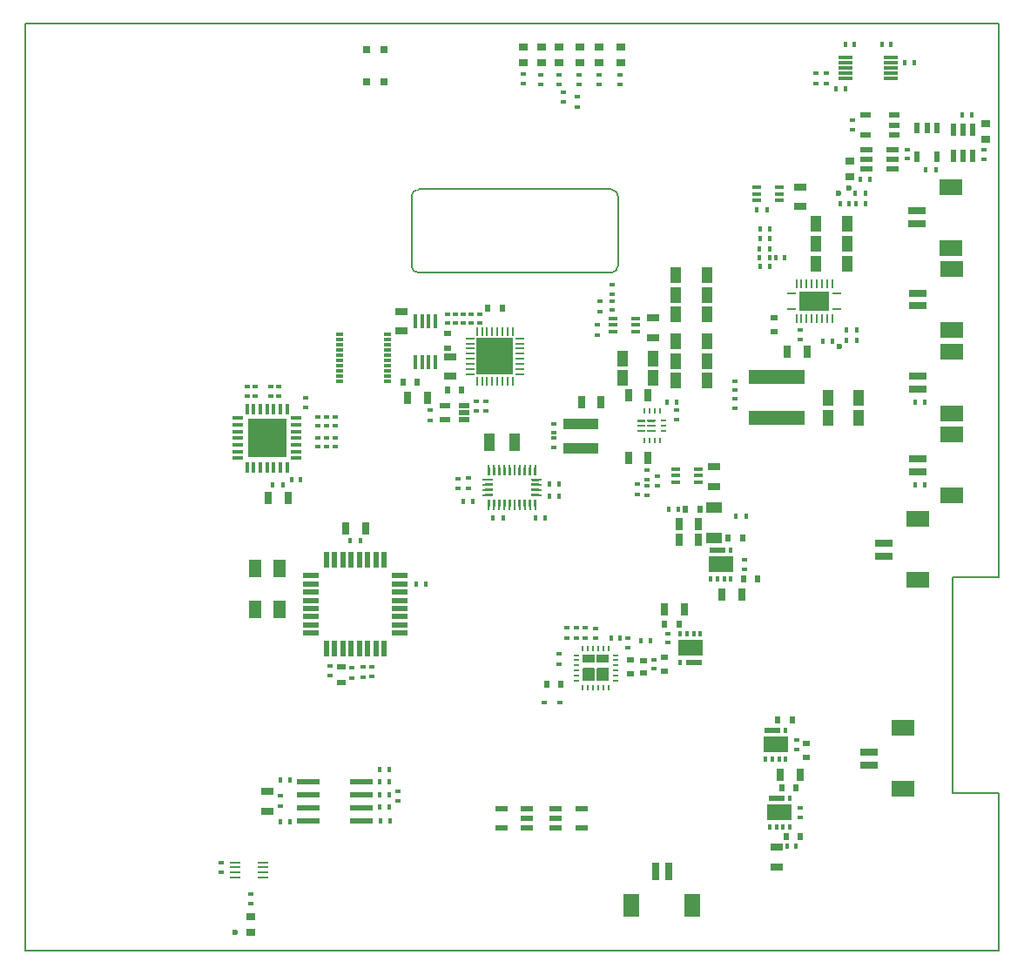
<source format=gtp>
G04*
G04 #@! TF.GenerationSoftware,Altium Limited,Altium Designer,18.1.9 (240)*
G04*
G04 Layer_Color=8421504*
%FSLAX44Y44*%
%MOMM*%
G71*
G01*
G75*
%ADD16C,0.1520*%
%ADD21R,1.1112X0.2540*%
%ADD22R,1.6000X1.0000*%
%ADD23R,0.4500X0.6000*%
%ADD24R,0.4000X0.6000*%
%ADD25R,0.8000X1.3000*%
%ADD26R,0.6000X0.8000*%
%ADD27R,1.3000X0.8000*%
%ADD28R,0.3000X0.6000*%
%ADD29R,1.6000X0.6000*%
%ADD30R,2.4000X1.6000*%
%ADD31R,0.6000X0.4000*%
%ADD32R,0.7000X1.8000*%
%ADD33R,1.6000X2.2000*%
%ADD34R,0.2600X0.9000*%
%ADD35R,0.9000X0.2600*%
%ADD36R,2.9500X1.9500*%
%ADD37C,0.6000*%
%ADD38R,0.8000X0.5500*%
%ADD39R,0.8000X0.6000*%
%ADD40R,0.6000X0.4500*%
%ADD41R,1.1000X0.6000*%
%ADD42R,0.5032X0.3556*%
%ADD43R,0.7500X0.7000*%
%ADD44R,1.0400X0.3300*%
%ADD45R,0.3300X1.0400*%
%ADD46R,3.7000X3.7000*%
%ADD47R,0.9000X0.5000*%
%ADD48R,2.2000X0.6000*%
%ADD49R,5.5000X1.4300*%
%ADD50R,0.7000X1.3000*%
%ADD51R,0.9000X0.7000*%
%ADD52R,1.2700X0.5588*%
%ADD53R,1.4500X0.3000*%
%ADD54R,0.6000X1.1000*%
%ADD55R,0.5588X1.2700*%
%ADD56R,1.0000X1.6000*%
%ADD57R,1.3000X0.7000*%
%ADD58R,0.8400X0.2600*%
%ADD59R,0.2600X0.8400*%
%ADD60R,3.6000X3.6000*%
%ADD61R,0.4500X1.3500*%
%ADD62R,1.0000X0.4700*%
%ADD63R,1.0000X0.2500*%
%ADD64R,0.2500X1.0000*%
%ADD65R,3.4000X0.9800*%
%ADD66R,0.7000X0.3000*%
%ADD67R,1.8000X0.7000*%
%ADD68R,2.2000X1.6000*%
%ADD69R,1.2200X0.6000*%
%ADD70R,1.2000X1.8000*%
%ADD71R,1.5000X0.5500*%
%ADD72R,0.5500X1.5000*%
%ADD73R,1.0000X1.8000*%
%ADD74R,0.8500X0.3500*%
%ADD75R,0.2400X0.6000*%
%ADD76R,0.6000X0.2400*%
%ADD77R,0.2400X0.5750*%
%ADD78R,0.5750X0.2400*%
G36*
X777336Y625546D02*
X759693D01*
Y637438D01*
X777336D01*
Y625546D01*
D02*
G37*
G36*
X472445Y580712D02*
X459020D01*
Y594108D01*
X472445D01*
Y580712D01*
D02*
G37*
G36*
X454419Y580710D02*
X441020D01*
Y594108D01*
X454419D01*
Y580710D01*
D02*
G37*
G36*
X454417Y562687D02*
X441020D01*
Y576108D01*
X454417D01*
Y562687D01*
D02*
G37*
G36*
X472450Y562678D02*
X459020D01*
Y576108D01*
X472450D01*
Y562678D01*
D02*
G37*
G36*
X612453Y516876D02*
X612546Y516848D01*
X612631Y516802D01*
X612706Y516740D01*
X612768Y516665D01*
X612813Y516580D01*
X612842Y516487D01*
X612851Y516390D01*
Y515180D01*
X612842Y515084D01*
X612813Y514991D01*
X612768Y514905D01*
X612706Y514830D01*
X612631Y514769D01*
X612546Y514723D01*
X612453Y514695D01*
X612356Y514685D01*
X605396D01*
X605300Y514695D01*
X605207Y514723D01*
X605121Y514769D01*
X605046Y514830D01*
X604985Y514905D01*
X604939Y514991D01*
X604911Y515084D01*
X604901Y515180D01*
Y516390D01*
X604911Y516487D01*
X604939Y516580D01*
X604985Y516665D01*
X605046Y516740D01*
X605121Y516802D01*
X605207Y516848D01*
X605300Y516876D01*
X605396Y516885D01*
X612356D01*
X612453Y516876D01*
D02*
G37*
G36*
X602503D02*
X602596Y516848D01*
X602681Y516802D01*
X602756Y516740D01*
X602818Y516665D01*
X602864Y516580D01*
X602892Y516487D01*
X602901Y516390D01*
Y515180D01*
X602892Y515084D01*
X602864Y514991D01*
X602818Y514905D01*
X602756Y514830D01*
X602681Y514769D01*
X602596Y514723D01*
X602503Y514695D01*
X602406Y514685D01*
X595446D01*
X595350Y514695D01*
X595257Y514723D01*
X595171Y514769D01*
X595096Y514830D01*
X595035Y514905D01*
X594989Y514991D01*
X594961Y515084D01*
X594951Y515180D01*
Y516390D01*
X594961Y516487D01*
X594989Y516580D01*
X595035Y516665D01*
X595096Y516740D01*
X595171Y516802D01*
X595257Y516848D01*
X595350Y516876D01*
X595446Y516885D01*
X602406D01*
X602503Y516876D01*
D02*
G37*
G36*
X612445Y512076D02*
X612540Y512047D01*
X612627Y512000D01*
X612704Y511938D01*
X612766Y511861D01*
X612813Y511774D01*
X612841Y511680D01*
X612851Y511581D01*
Y510189D01*
X612841Y510091D01*
X612813Y509996D01*
X612766Y509909D01*
X612704Y509833D01*
X612627Y509770D01*
X612540Y509724D01*
X612445Y509695D01*
X612347Y509685D01*
X605405D01*
X605307Y509695D01*
X605212Y509724D01*
X605125Y509770D01*
X605049Y509833D01*
X604986Y509909D01*
X604939Y509996D01*
X604911Y510091D01*
X604901Y510189D01*
Y511581D01*
X604911Y511680D01*
X604939Y511774D01*
X604986Y511861D01*
X605049Y511938D01*
X605125Y512000D01*
X605212Y512047D01*
X605307Y512076D01*
X605405Y512085D01*
X612347D01*
X612445Y512076D01*
D02*
G37*
G36*
X602495D02*
X602590Y512047D01*
X602677Y512000D01*
X602753Y511938D01*
X602816Y511861D01*
X602863Y511774D01*
X602892Y511680D01*
X602901Y511581D01*
Y510189D01*
X602892Y510091D01*
X602863Y509996D01*
X602816Y509909D01*
X602753Y509833D01*
X602677Y509770D01*
X602590Y509724D01*
X602495Y509695D01*
X602397Y509685D01*
X595455D01*
X595357Y509695D01*
X595262Y509724D01*
X595175Y509770D01*
X595099Y509833D01*
X595036Y509909D01*
X594990Y509996D01*
X594961Y510091D01*
X594951Y510189D01*
Y511581D01*
X594961Y511680D01*
X594990Y511774D01*
X595036Y511861D01*
X595099Y511938D01*
X595175Y512000D01*
X595262Y512047D01*
X595357Y512076D01*
X595455Y512085D01*
X602397D01*
X602495Y512076D01*
D02*
G37*
G36*
X612453Y507076D02*
X612546Y507048D01*
X612631Y507002D01*
X612706Y506940D01*
X612768Y506865D01*
X612813Y506780D01*
X612842Y506687D01*
X612851Y506590D01*
Y505380D01*
X612842Y505284D01*
X612813Y505191D01*
X612768Y505105D01*
X612706Y505030D01*
X612631Y504969D01*
X612546Y504923D01*
X612453Y504895D01*
X612356Y504885D01*
X605396D01*
X605300Y504895D01*
X605207Y504923D01*
X605121Y504969D01*
X605046Y505030D01*
X604985Y505105D01*
X604939Y505191D01*
X604911Y505284D01*
X604901Y505380D01*
Y506590D01*
X604911Y506687D01*
X604939Y506780D01*
X604985Y506865D01*
X605046Y506940D01*
X605121Y507002D01*
X605207Y507048D01*
X605300Y507076D01*
X605396Y507085D01*
X612356D01*
X612453Y507076D01*
D02*
G37*
G36*
X602503D02*
X602596Y507048D01*
X602681Y507002D01*
X602756Y506940D01*
X602818Y506865D01*
X602864Y506780D01*
X602892Y506687D01*
X602901Y506590D01*
Y505380D01*
X602892Y505284D01*
X602864Y505191D01*
X602818Y505105D01*
X602756Y505030D01*
X602681Y504969D01*
X602596Y504923D01*
X602503Y504895D01*
X602406Y504885D01*
X595446D01*
X595350Y504895D01*
X595257Y504923D01*
X595171Y504969D01*
X595096Y505030D01*
X595035Y505105D01*
X594989Y505191D01*
X594961Y505284D01*
X594951Y505380D01*
Y506590D01*
X594961Y506687D01*
X594989Y506780D01*
X595035Y506865D01*
X595096Y506940D01*
X595171Y507002D01*
X595257Y507048D01*
X595350Y507076D01*
X595446Y507085D01*
X602406D01*
X602503Y507076D01*
D02*
G37*
G36*
X251259Y482555D02*
X223400D01*
Y510414D01*
X251259D01*
Y482555D01*
D02*
G37*
G36*
X457127Y462920D02*
X454654D01*
Y469900D01*
X457127D01*
Y462920D01*
D02*
G37*
G36*
X497193Y462920D02*
X494654D01*
Y469900D01*
X497193D01*
Y462920D01*
D02*
G37*
G36*
X467146Y462916D02*
X464654D01*
Y469900D01*
X467146D01*
Y462916D01*
D02*
G37*
G36*
X472153Y462907D02*
X469654D01*
Y469900D01*
X472153D01*
Y462907D01*
D02*
G37*
G36*
X477156Y462905D02*
X474654D01*
Y469900D01*
X477156D01*
Y462905D01*
D02*
G37*
G36*
X492162Y462905D02*
X489654D01*
Y469900D01*
X492162D01*
Y462905D01*
D02*
G37*
G36*
X487159Y462904D02*
X484654D01*
Y469900D01*
X487159D01*
Y462904D01*
D02*
G37*
G36*
X462150Y462904D02*
X459654D01*
Y469900D01*
X462150D01*
Y462904D01*
D02*
G37*
G36*
X482156Y462903D02*
X479654D01*
Y469900D01*
X482156D01*
Y462903D01*
D02*
G37*
G36*
X452149Y462903D02*
X449654D01*
Y469900D01*
X452149D01*
Y462903D01*
D02*
G37*
G36*
X454381Y457173D02*
X447388D01*
Y459635D01*
X454381D01*
Y457173D01*
D02*
G37*
G36*
X499421Y457133D02*
X492428D01*
Y459674D01*
X499421D01*
Y457133D01*
D02*
G37*
G36*
X454399Y452155D02*
X447399D01*
Y454645D01*
X454399D01*
Y452155D01*
D02*
G37*
G36*
X499406Y452148D02*
X492405D01*
Y454651D01*
X499406D01*
Y452148D01*
D02*
G37*
G36*
X454400Y447154D02*
X447397D01*
Y449643D01*
X454400D01*
Y447154D01*
D02*
G37*
G36*
X499422Y447132D02*
X492415D01*
Y449661D01*
X499422D01*
Y447132D01*
D02*
G37*
G36*
X454403Y442151D02*
X447402D01*
Y444648D01*
X454403D01*
Y442151D01*
D02*
G37*
G36*
X499410Y442144D02*
X492406D01*
Y444652D01*
X499410D01*
Y442144D01*
D02*
G37*
G36*
X462148Y431889D02*
X459654D01*
Y438900D01*
X462148D01*
Y431889D01*
D02*
G37*
G36*
X497170Y431887D02*
X494654D01*
Y438900D01*
X497170D01*
Y431887D01*
D02*
G37*
G36*
X492171Y431883D02*
X489654D01*
Y438900D01*
X492171D01*
Y431883D01*
D02*
G37*
G36*
X467148Y431883D02*
X464654D01*
Y438900D01*
X467148D01*
Y431883D01*
D02*
G37*
G36*
X487168Y431881D02*
X484654D01*
Y438900D01*
X487168D01*
Y431881D01*
D02*
G37*
G36*
X457137D02*
X454654D01*
Y438900D01*
X457137D01*
Y431881D01*
D02*
G37*
G36*
X452129Y431878D02*
X449654D01*
Y438900D01*
X452129D01*
Y431878D01*
D02*
G37*
G36*
X472152Y431869D02*
X469654D01*
Y438900D01*
X472152D01*
Y431869D01*
D02*
G37*
G36*
X477161Y431867D02*
X474654D01*
Y438900D01*
X477161D01*
Y431867D01*
D02*
G37*
G36*
X482171Y431863D02*
X479654D01*
Y438900D01*
X482171D01*
Y431863D01*
D02*
G37*
G36*
X688125Y368567D02*
X677520D01*
Y383270D01*
X688125D01*
Y368567D01*
D02*
G37*
G36*
X675519Y368563D02*
X664920D01*
Y383270D01*
X675519D01*
Y368563D01*
D02*
G37*
G36*
X658284Y287334D02*
X647685D01*
Y302041D01*
X658284D01*
Y287334D01*
D02*
G37*
G36*
X645684D02*
X635079D01*
Y302037D01*
X645684D01*
Y287334D01*
D02*
G37*
G36*
X567744Y287853D02*
Y281253D01*
X567244Y280753D01*
X556364D01*
X555864Y281253D01*
Y287853D01*
X556364Y288353D01*
X567244D01*
X567744Y287853D01*
D02*
G37*
G36*
X553864D02*
Y281253D01*
X553364Y280753D01*
X542484D01*
X541984Y281253D01*
Y287853D01*
X542484Y288353D01*
X553364D01*
X553864Y287853D01*
D02*
G37*
G36*
X567744Y275053D02*
Y263053D01*
X567244Y262553D01*
X556364D01*
X555864Y263053D01*
Y275053D01*
X556364Y275553D01*
X567244D01*
X567744Y275053D01*
D02*
G37*
G36*
X553864D02*
Y263053D01*
X553364Y262553D01*
X542484D01*
X541984Y263053D01*
Y275053D01*
X542484Y275553D01*
X553364D01*
X553864Y275053D01*
D02*
G37*
G36*
X741268Y193488D02*
X730663D01*
Y208192D01*
X741268D01*
Y193488D01*
D02*
G37*
G36*
X728661Y193484D02*
X718063D01*
Y208192D01*
X728661D01*
Y193484D01*
D02*
G37*
G36*
X745195Y127267D02*
X734590D01*
Y141970D01*
X745195D01*
Y127267D01*
D02*
G37*
G36*
X732589Y127263D02*
X721990D01*
Y141970D01*
X732589D01*
Y127263D01*
D02*
G37*
D16*
X576580Y733724D02*
G03*
X569484Y740820I-7096J0D01*
G01*
X382680Y740820D02*
G03*
X375604Y733744I-0J-7076D01*
G01*
X375604Y666558D02*
G03*
X382642Y659520I7038J0D01*
G01*
X569299Y659520D02*
G03*
X576580Y666801I0J7281D01*
G01*
X382680Y740820D02*
X569484Y740820D01*
X375604Y733744D02*
X375604Y666558D01*
X382642Y659520D02*
X569299Y659520D01*
X576580Y666801D02*
X576580Y733724D01*
X946658Y363220D02*
Y901700D01*
X0D02*
X946658D01*
X0Y0D02*
Y901700D01*
Y0D02*
X946658D01*
Y153670D01*
X901700D02*
X946658D01*
X901700D02*
Y363220D01*
X946658D01*
D21*
X230924Y71240D02*
D03*
Y76240D02*
D03*
Y81240D02*
D03*
Y86240D02*
D03*
X203924D02*
D03*
Y81240D02*
D03*
Y76240D02*
D03*
Y71240D02*
D03*
D22*
X669828Y401560D02*
D03*
Y431560D02*
D03*
D23*
X690894Y422640D02*
D03*
X700894D02*
D03*
X240446Y453404D02*
D03*
X250446D02*
D03*
X798553Y604187D02*
D03*
X808553D02*
D03*
X798553Y594027D02*
D03*
X808553D02*
D03*
X785360Y593217D02*
D03*
X775360D02*
D03*
X797994Y838200D02*
D03*
X787994D02*
D03*
X721304Y720700D02*
D03*
X711304D02*
D03*
X316248Y398780D02*
D03*
X326248D02*
D03*
X875444Y759460D02*
D03*
X885444D02*
D03*
X454804Y421000D02*
D03*
X464804D02*
D03*
X807137Y736600D02*
D03*
X817137D02*
D03*
X713633Y674208D02*
D03*
X723633D02*
D03*
X713633Y682797D02*
D03*
X723633D02*
D03*
D24*
X625968Y429260D02*
D03*
X634968D02*
D03*
X740784Y101600D02*
D03*
X749784D02*
D03*
X821440Y750206D02*
D03*
X812440D02*
D03*
X797244Y881700D02*
D03*
X806244D02*
D03*
X258950Y458400D02*
D03*
X267950D02*
D03*
X380248Y357104D02*
D03*
X389248D02*
D03*
X354034Y176144D02*
D03*
X345034D02*
D03*
Y164714D02*
D03*
X354034D02*
D03*
Y152014D02*
D03*
X345034D02*
D03*
X354044Y139834D02*
D03*
X345044D02*
D03*
X345614Y126614D02*
D03*
X354614D02*
D03*
X257514Y165984D02*
D03*
X248514D02*
D03*
X257514Y125344D02*
D03*
X248514D02*
D03*
X841804Y881700D02*
D03*
X832804D02*
D03*
X864544Y863600D02*
D03*
X855544D02*
D03*
X911424Y812800D02*
D03*
X920424D02*
D03*
X510104Y454277D02*
D03*
X519104D02*
D03*
X569489Y304264D02*
D03*
X578489D02*
D03*
X608004Y301724D02*
D03*
X599004D02*
D03*
X865704Y453400D02*
D03*
X874704D02*
D03*
X865704Y533400D02*
D03*
X874704D02*
D03*
X426284Y436880D02*
D03*
X435284D02*
D03*
X505354Y421000D02*
D03*
X496354D02*
D03*
X519104Y441960D02*
D03*
X510104D02*
D03*
X807940Y726440D02*
D03*
X816940D02*
D03*
X723883Y693237D02*
D03*
X714883D02*
D03*
X723883Y665619D02*
D03*
X714883D02*
D03*
X738630Y674208D02*
D03*
X729630D02*
D03*
X792397Y726440D02*
D03*
X801397D02*
D03*
X723883Y701826D02*
D03*
X714883D02*
D03*
X624404Y533400D02*
D03*
X633404D02*
D03*
D25*
X654716Y400152D02*
D03*
X635716D02*
D03*
X654716Y415646D02*
D03*
X635716D02*
D03*
X372046Y538374D02*
D03*
X391046D02*
D03*
X236359Y440704D02*
D03*
X255359D02*
D03*
X605751Y540690D02*
D03*
X586751D02*
D03*
X330748Y410718D02*
D03*
X311748D02*
D03*
X734472Y171744D02*
D03*
X753472D02*
D03*
X605751Y479730D02*
D03*
X586751D02*
D03*
X677824Y347050D02*
D03*
X696824D02*
D03*
X640944Y332204D02*
D03*
X621944D02*
D03*
D26*
X642030Y429260D02*
D03*
X656030D02*
D03*
X753876Y110980D02*
D03*
X739876D02*
D03*
X749456Y158280D02*
D03*
X735456D02*
D03*
X712371Y361920D02*
D03*
X698371D02*
D03*
X449720Y625280D02*
D03*
X463720D02*
D03*
X367334Y553324D02*
D03*
X381334D02*
D03*
X424514Y545778D02*
D03*
X410514D02*
D03*
X745972Y225084D02*
D03*
X731972D02*
D03*
X697399Y401320D02*
D03*
X683399D02*
D03*
X621904Y318044D02*
D03*
X635904D02*
D03*
X506884Y259708D02*
D03*
X520884D02*
D03*
D27*
X730340Y100940D02*
D03*
Y81940D02*
D03*
X235234Y136164D02*
D03*
Y155164D02*
D03*
X365500Y622148D02*
D03*
Y603148D02*
D03*
X413330Y558748D02*
D03*
Y577748D02*
D03*
D28*
X723840Y120620D02*
D03*
X730340D02*
D03*
X736840D02*
D03*
X743340D02*
D03*
Y148620D02*
D03*
X719912Y186842D02*
D03*
X726413D02*
D03*
X732913D02*
D03*
X739413D02*
D03*
Y214841D02*
D03*
X666770Y361920D02*
D03*
X673270D02*
D03*
X679770D02*
D03*
X686270D02*
D03*
Y389920D02*
D03*
X656434Y308684D02*
D03*
X649934D02*
D03*
X643434D02*
D03*
X636934D02*
D03*
Y280684D02*
D03*
D29*
X730340Y148620D02*
D03*
X726413Y214841D02*
D03*
X673270Y389920D02*
D03*
X649934Y280684D02*
D03*
D30*
X733590Y134620D02*
D03*
X729662Y200842D02*
D03*
X676520Y375920D02*
D03*
X646684Y294684D02*
D03*
D31*
X753876Y138920D02*
D03*
Y129920D02*
D03*
X699304Y380620D02*
D03*
Y371620D02*
D03*
X301390Y519664D02*
D03*
Y510664D02*
D03*
X272978Y528660D02*
D03*
Y537660D02*
D03*
X215908Y548699D02*
D03*
Y539699D02*
D03*
X223528Y548699D02*
D03*
Y539699D02*
D03*
X239060Y548699D02*
D03*
Y539699D02*
D03*
X246680Y548699D02*
D03*
Y539699D02*
D03*
X292958Y510704D02*
D03*
Y519704D02*
D03*
X284814Y510744D02*
D03*
Y519744D02*
D03*
X292958Y490383D02*
D03*
Y499383D02*
D03*
X284814Y490384D02*
D03*
Y499384D02*
D03*
X301390Y490344D02*
D03*
Y499344D02*
D03*
X296198Y267864D02*
D03*
Y276864D02*
D03*
X337378Y267264D02*
D03*
Y276264D02*
D03*
X690270Y554379D02*
D03*
Y545379D02*
D03*
Y537179D02*
D03*
Y528179D02*
D03*
X753910Y594628D02*
D03*
Y603628D02*
D03*
X518832Y851973D02*
D03*
Y842973D02*
D03*
X501527Y851973D02*
D03*
Y842973D02*
D03*
X484509Y852973D02*
D03*
Y843973D02*
D03*
X538443Y851973D02*
D03*
Y842973D02*
D03*
X557780Y851973D02*
D03*
Y842973D02*
D03*
X578595Y851973D02*
D03*
Y842973D02*
D03*
X523403Y835080D02*
D03*
Y826080D02*
D03*
X857504Y779460D02*
D03*
Y770460D02*
D03*
X932180Y770300D02*
D03*
Y779300D02*
D03*
X513649Y512871D02*
D03*
Y503871D02*
D03*
Y498700D02*
D03*
Y489700D02*
D03*
X438904Y525499D02*
D03*
Y534499D02*
D03*
X441706Y610590D02*
D03*
Y619590D02*
D03*
X433832D02*
D03*
Y610590D02*
D03*
X426281Y619590D02*
D03*
Y610590D02*
D03*
X418473Y619590D02*
D03*
Y610590D02*
D03*
X410464Y619590D02*
D03*
Y610590D02*
D03*
X624654Y299734D02*
D03*
Y308734D02*
D03*
X750093Y196341D02*
D03*
Y205341D02*
D03*
X554864Y304234D02*
D03*
Y313234D02*
D03*
X611767Y274364D02*
D03*
Y283364D02*
D03*
X570484Y632320D02*
D03*
Y623320D02*
D03*
X633730Y525728D02*
D03*
Y516728D02*
D03*
X570484Y647954D02*
D03*
Y638954D02*
D03*
X604484Y452302D02*
D03*
Y443302D02*
D03*
X604520Y467536D02*
D03*
Y458536D02*
D03*
X190500Y85740D02*
D03*
Y76740D02*
D03*
X219649Y55400D02*
D03*
Y46400D02*
D03*
D32*
X613030Y77380D02*
D03*
X625530D02*
D03*
D33*
X589530Y44380D02*
D03*
X649030D02*
D03*
D34*
X784863Y615418D02*
D03*
X749863Y649118D02*
D03*
Y615418D02*
D03*
X754863D02*
D03*
X759863D02*
D03*
X764863D02*
D03*
X769863D02*
D03*
X774863D02*
D03*
X779863D02*
D03*
X784863Y649118D02*
D03*
X779863D02*
D03*
X774863D02*
D03*
X769863D02*
D03*
X764863D02*
D03*
X759863D02*
D03*
X754863D02*
D03*
D35*
X789212Y624768D02*
D03*
X745513Y639768D02*
D03*
Y624768D02*
D03*
X789212Y639768D02*
D03*
D36*
X767363Y632268D02*
D03*
D37*
X791000Y736900D02*
D03*
X801060Y742380D02*
D03*
X791708Y587714D02*
D03*
X203924Y18000D02*
D03*
D38*
X600964Y282574D02*
D03*
Y270074D02*
D03*
D39*
X728252Y616288D02*
D03*
Y602288D02*
D03*
X410972Y600598D02*
D03*
Y586598D02*
D03*
X759613Y202104D02*
D03*
Y188104D02*
D03*
X621284Y285868D02*
D03*
Y271868D02*
D03*
X588264Y283324D02*
D03*
Y269324D02*
D03*
D40*
X804164Y798373D02*
D03*
Y808373D02*
D03*
X328508Y276124D02*
D03*
Y266124D02*
D03*
X317782Y275564D02*
D03*
Y265564D02*
D03*
X362844Y145664D02*
D03*
Y155664D02*
D03*
X247904Y140724D02*
D03*
Y150724D02*
D03*
X779034Y853758D02*
D03*
Y843758D02*
D03*
X768874Y853758D02*
D03*
Y843758D02*
D03*
X537188Y820983D02*
D03*
Y830983D02*
D03*
X556260Y598981D02*
D03*
Y608981D02*
D03*
X448048Y534999D02*
D03*
Y524999D02*
D03*
X393768Y515828D02*
D03*
Y525828D02*
D03*
X614680Y462200D02*
D03*
Y452200D02*
D03*
X518964Y288944D02*
D03*
Y278944D02*
D03*
X585724Y304734D02*
D03*
Y294734D02*
D03*
X526570Y314344D02*
D03*
Y304344D02*
D03*
X535739Y314344D02*
D03*
Y304344D02*
D03*
X544364Y314344D02*
D03*
Y304344D02*
D03*
X430784Y459767D02*
D03*
Y449767D02*
D03*
X420852Y459660D02*
D03*
Y449660D02*
D03*
X559054Y622126D02*
D03*
Y632126D02*
D03*
X595098Y444432D02*
D03*
Y454432D02*
D03*
D41*
X816940Y793873D02*
D03*
Y812873D02*
D03*
X844940D02*
D03*
Y803373D02*
D03*
Y793873D02*
D03*
D42*
X519581Y241272D02*
D03*
X504547D02*
D03*
D43*
X348728Y877060D02*
D03*
Y845060D02*
D03*
X332228D02*
D03*
Y877060D02*
D03*
D44*
X263450Y479214D02*
D03*
Y485714D02*
D03*
Y492214D02*
D03*
Y498714D02*
D03*
Y505214D02*
D03*
Y511714D02*
D03*
Y518214D02*
D03*
X206750D02*
D03*
Y511714D02*
D03*
Y505214D02*
D03*
Y498714D02*
D03*
Y492214D02*
D03*
Y485714D02*
D03*
Y479214D02*
D03*
D45*
X215600Y470364D02*
D03*
X222100D02*
D03*
X228600D02*
D03*
X235100D02*
D03*
X241600D02*
D03*
X248100D02*
D03*
X254600D02*
D03*
Y527064D02*
D03*
X248100D02*
D03*
X241600D02*
D03*
X235100D02*
D03*
X228600D02*
D03*
X222100D02*
D03*
X215600D02*
D03*
D46*
X235100Y498714D02*
D03*
D47*
X307238Y261184D02*
D03*
Y276184D02*
D03*
D48*
X275274Y152014D02*
D03*
X327274D02*
D03*
X275274Y164714D02*
D03*
Y139314D02*
D03*
Y126614D02*
D03*
X327274Y164714D02*
D03*
Y139314D02*
D03*
Y126614D02*
D03*
D49*
X730504Y518280D02*
D03*
Y558680D02*
D03*
D50*
X741324Y582510D02*
D03*
X760324D02*
D03*
X541089Y533451D02*
D03*
X560089D02*
D03*
D51*
X538998Y864163D02*
D03*
Y879163D02*
D03*
X519489Y864163D02*
D03*
Y879163D02*
D03*
X502285Y864163D02*
D03*
Y879163D02*
D03*
X484761Y864163D02*
D03*
Y879163D02*
D03*
X558233Y864163D02*
D03*
Y879163D02*
D03*
X578947Y864163D02*
D03*
Y879163D02*
D03*
X933704Y789730D02*
D03*
Y804730D02*
D03*
X219649Y33000D02*
D03*
Y18000D02*
D03*
X801853Y768446D02*
D03*
Y753446D02*
D03*
D52*
X817790Y760795D02*
D03*
Y770193D02*
D03*
Y779591D02*
D03*
X843698D02*
D03*
Y770193D02*
D03*
Y760795D02*
D03*
D53*
X841994Y848758D02*
D03*
Y853758D02*
D03*
Y858758D02*
D03*
Y863758D02*
D03*
Y868758D02*
D03*
X797994Y848758D02*
D03*
Y853758D02*
D03*
Y858758D02*
D03*
Y863758D02*
D03*
Y868758D02*
D03*
D54*
X886444Y772216D02*
D03*
X867444D02*
D03*
Y800216D02*
D03*
X876944D02*
D03*
X886444D02*
D03*
D55*
X921242Y773066D02*
D03*
X911844D02*
D03*
X902446D02*
D03*
Y798974D02*
D03*
X911844D02*
D03*
X921242D02*
D03*
D56*
X662616Y657338D02*
D03*
X632616D02*
D03*
X662616Y638275D02*
D03*
X632616D02*
D03*
X662616Y619212D02*
D03*
X632616D02*
D03*
X580630Y576250D02*
D03*
X610630D02*
D03*
X580630Y557700D02*
D03*
X610630D02*
D03*
X799133Y687914D02*
D03*
X769133D02*
D03*
X799133Y668169D02*
D03*
X769133D02*
D03*
X799133Y707659D02*
D03*
X769133D02*
D03*
X632616Y592813D02*
D03*
X662616D02*
D03*
X632616Y573750D02*
D03*
X662616D02*
D03*
X632616Y554687D02*
D03*
X662616D02*
D03*
X780465Y518411D02*
D03*
X810465D02*
D03*
X780465Y538168D02*
D03*
X810465D02*
D03*
D57*
X610713Y596675D02*
D03*
Y615675D02*
D03*
X753910Y724248D02*
D03*
Y743248D02*
D03*
X669828Y451904D02*
D03*
Y470904D02*
D03*
D58*
X481070Y560908D02*
D03*
Y565908D02*
D03*
Y570908D02*
D03*
Y575908D02*
D03*
Y580908D02*
D03*
Y585908D02*
D03*
Y590908D02*
D03*
Y595908D02*
D03*
X432370D02*
D03*
Y590908D02*
D03*
Y585908D02*
D03*
Y580908D02*
D03*
Y575908D02*
D03*
Y570908D02*
D03*
Y565908D02*
D03*
Y560908D02*
D03*
D59*
X439220Y554058D02*
D03*
X444220D02*
D03*
X449220D02*
D03*
X454220D02*
D03*
X459220D02*
D03*
X464220D02*
D03*
X469220D02*
D03*
X474220D02*
D03*
Y602758D02*
D03*
X469220D02*
D03*
X464220D02*
D03*
X459220D02*
D03*
X454220D02*
D03*
X449220D02*
D03*
X444220D02*
D03*
X439220D02*
D03*
D60*
X456720Y578408D02*
D03*
D61*
X379500Y572640D02*
D03*
X386000D02*
D03*
X392500D02*
D03*
X399000D02*
D03*
X379500Y612140D02*
D03*
X386000D02*
D03*
X392500D02*
D03*
X399000D02*
D03*
D62*
X426572Y517200D02*
D03*
Y530200D02*
D03*
X408572Y517200D02*
D03*
Y530200D02*
D03*
X426572Y523700D02*
D03*
D63*
X497404Y458400D02*
D03*
Y453400D02*
D03*
Y448400D02*
D03*
Y443400D02*
D03*
X449404Y458400D02*
D03*
Y453400D02*
D03*
Y448400D02*
D03*
Y443400D02*
D03*
D64*
X450904Y433900D02*
D03*
X455904D02*
D03*
X460904D02*
D03*
X465904D02*
D03*
X470904D02*
D03*
X475904D02*
D03*
X480904D02*
D03*
X485904D02*
D03*
X490904D02*
D03*
X495904D02*
D03*
Y467900D02*
D03*
X490904D02*
D03*
X485904D02*
D03*
X480904D02*
D03*
X475904D02*
D03*
X470904D02*
D03*
X465904D02*
D03*
X460904D02*
D03*
X455904D02*
D03*
X450904D02*
D03*
D65*
X540428Y512593D02*
D03*
Y488893D02*
D03*
D66*
X351900Y599400D02*
D03*
X305900D02*
D03*
X351900Y594400D02*
D03*
X305900D02*
D03*
X351900Y589400D02*
D03*
X305900D02*
D03*
X351900Y584400D02*
D03*
X305900D02*
D03*
X351900Y579400D02*
D03*
X305900D02*
D03*
X351900Y574400D02*
D03*
X305900D02*
D03*
X351900Y569400D02*
D03*
X305900D02*
D03*
X351900Y564400D02*
D03*
X305900D02*
D03*
X351900Y559400D02*
D03*
X305900D02*
D03*
X351900Y554400D02*
D03*
X305900D02*
D03*
D67*
X867340Y707248D02*
D03*
Y719748D02*
D03*
X868070Y627481D02*
D03*
Y639981D02*
D03*
Y559011D02*
D03*
Y546511D02*
D03*
Y478766D02*
D03*
Y466266D02*
D03*
X834984Y396680D02*
D03*
Y384180D02*
D03*
X820440Y193480D02*
D03*
Y180980D02*
D03*
D68*
X900340Y683748D02*
D03*
Y743248D02*
D03*
X901070Y603981D02*
D03*
Y663481D02*
D03*
Y582510D02*
D03*
Y523011D02*
D03*
Y502266D02*
D03*
Y442766D02*
D03*
X867984Y420180D02*
D03*
Y360680D02*
D03*
X853440Y216980D02*
D03*
Y157480D02*
D03*
D69*
X462849Y119736D02*
D03*
Y138736D02*
D03*
X487749D02*
D03*
Y129236D02*
D03*
Y119736D02*
D03*
X540770Y138720D02*
D03*
Y119720D02*
D03*
X515870D02*
D03*
Y129220D02*
D03*
Y138720D02*
D03*
D70*
X247228Y372344D02*
D03*
Y332344D02*
D03*
X223228D02*
D03*
Y372344D02*
D03*
D71*
X364068Y365104D02*
D03*
Y357104D02*
D03*
Y349104D02*
D03*
Y341104D02*
D03*
Y333104D02*
D03*
Y325104D02*
D03*
Y317104D02*
D03*
Y309104D02*
D03*
X278068D02*
D03*
Y317104D02*
D03*
Y325104D02*
D03*
Y333104D02*
D03*
Y341104D02*
D03*
Y349104D02*
D03*
Y357104D02*
D03*
Y365104D02*
D03*
D72*
X349068Y294104D02*
D03*
X341068D02*
D03*
X333068D02*
D03*
X325068D02*
D03*
X317068D02*
D03*
X309068D02*
D03*
X301068D02*
D03*
X293068D02*
D03*
Y380104D02*
D03*
X301068D02*
D03*
X309068D02*
D03*
X317068D02*
D03*
X325068D02*
D03*
X333068D02*
D03*
X341068D02*
D03*
X349068D02*
D03*
D73*
X476304Y494713D02*
D03*
X451304D02*
D03*
D74*
X571255Y615374D02*
D03*
Y608875D02*
D03*
Y602374D02*
D03*
X593255D02*
D03*
Y608875D02*
D03*
Y615374D02*
D03*
X632434Y468780D02*
D03*
Y462280D02*
D03*
Y455780D02*
D03*
X654434D02*
D03*
Y462280D02*
D03*
Y468780D02*
D03*
X711590Y742788D02*
D03*
Y736288D02*
D03*
Y729788D02*
D03*
X733590D02*
D03*
Y736288D02*
D03*
Y742788D02*
D03*
D75*
X601951Y524885D02*
D03*
X606951D02*
D03*
X611951D02*
D03*
X616951D02*
D03*
Y496885D02*
D03*
X611951D02*
D03*
X606951D02*
D03*
X601951D02*
D03*
D76*
X620951Y515885D02*
D03*
Y510885D02*
D03*
Y505885D02*
D03*
D77*
X567364Y256178D02*
D03*
X562364D02*
D03*
X557364D02*
D03*
X552364D02*
D03*
X547364D02*
D03*
X542364D02*
D03*
Y294428D02*
D03*
X547364D02*
D03*
X552364D02*
D03*
X557364D02*
D03*
X562364D02*
D03*
X567364D02*
D03*
D78*
X535739Y262803D02*
D03*
Y267803D02*
D03*
Y272803D02*
D03*
Y277803D02*
D03*
Y282803D02*
D03*
Y287803D02*
D03*
X573989D02*
D03*
Y282803D02*
D03*
Y277803D02*
D03*
Y272803D02*
D03*
Y267803D02*
D03*
Y262803D02*
D03*
M02*

</source>
